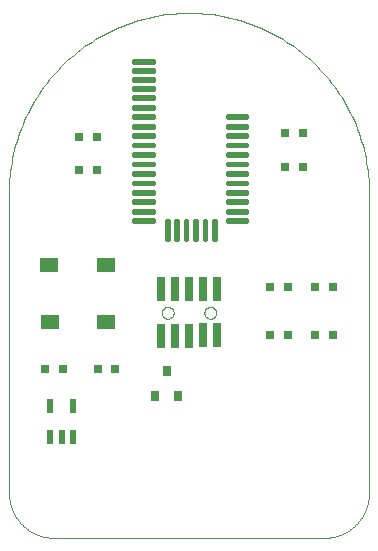
<source format=gtp>
G75*
%MOIN*%
%OFA0B0*%
%FSLAX25Y25*%
%IPPOS*%
%LPD*%
%AMOC8*
5,1,8,0,0,1.08239X$1,22.5*
%
%ADD10R,0.03150X0.03543*%
%ADD11R,0.02500X0.08000*%
%ADD12C,0.00000*%
%ADD13R,0.06102X0.04724*%
%ADD14C,0.01378*%
%ADD15R,0.02165X0.04724*%
%ADD16R,0.03150X0.03150*%
D10*
X0052715Y0052331D03*
X0060196Y0052331D03*
X0056456Y0060599D03*
D11*
X0054507Y0072341D03*
X0059231Y0072341D03*
X0063956Y0072341D03*
X0068680Y0072538D03*
X0073404Y0072538D03*
X0073404Y0087893D03*
X0068680Y0087893D03*
X0063956Y0087893D03*
X0059231Y0087893D03*
X0054704Y0087893D03*
D12*
X0003956Y0120019D02*
X0003956Y0020019D01*
X0003960Y0019657D01*
X0003974Y0019294D01*
X0003995Y0018932D01*
X0004026Y0018571D01*
X0004065Y0018211D01*
X0004113Y0017852D01*
X0004170Y0017494D01*
X0004235Y0017137D01*
X0004309Y0016782D01*
X0004392Y0016429D01*
X0004483Y0016078D01*
X0004582Y0015730D01*
X0004690Y0015384D01*
X0004806Y0015040D01*
X0004931Y0014700D01*
X0005063Y0014363D01*
X0005204Y0014029D01*
X0005353Y0013698D01*
X0005510Y0013371D01*
X0005674Y0013048D01*
X0005846Y0012729D01*
X0006026Y0012415D01*
X0006214Y0012104D01*
X0006409Y0011799D01*
X0006611Y0011498D01*
X0006821Y0011202D01*
X0007037Y0010912D01*
X0007261Y0010626D01*
X0007491Y0010346D01*
X0007728Y0010072D01*
X0007972Y0009804D01*
X0008222Y0009541D01*
X0008478Y0009285D01*
X0008741Y0009035D01*
X0009009Y0008791D01*
X0009283Y0008554D01*
X0009563Y0008324D01*
X0009849Y0008100D01*
X0010139Y0007884D01*
X0010435Y0007674D01*
X0010736Y0007472D01*
X0011041Y0007277D01*
X0011352Y0007089D01*
X0011666Y0006909D01*
X0011985Y0006737D01*
X0012308Y0006573D01*
X0012635Y0006416D01*
X0012966Y0006267D01*
X0013300Y0006126D01*
X0013637Y0005994D01*
X0013977Y0005869D01*
X0014321Y0005753D01*
X0014667Y0005645D01*
X0015015Y0005546D01*
X0015366Y0005455D01*
X0015719Y0005372D01*
X0016074Y0005298D01*
X0016431Y0005233D01*
X0016789Y0005176D01*
X0017148Y0005128D01*
X0017508Y0005089D01*
X0017869Y0005058D01*
X0018231Y0005037D01*
X0018594Y0005023D01*
X0018956Y0005019D01*
X0108956Y0005019D01*
X0109318Y0005023D01*
X0109681Y0005037D01*
X0110043Y0005058D01*
X0110404Y0005089D01*
X0110764Y0005128D01*
X0111123Y0005176D01*
X0111481Y0005233D01*
X0111838Y0005298D01*
X0112193Y0005372D01*
X0112546Y0005455D01*
X0112897Y0005546D01*
X0113245Y0005645D01*
X0113591Y0005753D01*
X0113935Y0005869D01*
X0114275Y0005994D01*
X0114612Y0006126D01*
X0114946Y0006267D01*
X0115277Y0006416D01*
X0115604Y0006573D01*
X0115927Y0006737D01*
X0116246Y0006909D01*
X0116560Y0007089D01*
X0116871Y0007277D01*
X0117176Y0007472D01*
X0117477Y0007674D01*
X0117773Y0007884D01*
X0118063Y0008100D01*
X0118349Y0008324D01*
X0118629Y0008554D01*
X0118903Y0008791D01*
X0119171Y0009035D01*
X0119434Y0009285D01*
X0119690Y0009541D01*
X0119940Y0009804D01*
X0120184Y0010072D01*
X0120421Y0010346D01*
X0120651Y0010626D01*
X0120875Y0010912D01*
X0121091Y0011202D01*
X0121301Y0011498D01*
X0121503Y0011799D01*
X0121698Y0012104D01*
X0121886Y0012415D01*
X0122066Y0012729D01*
X0122238Y0013048D01*
X0122402Y0013371D01*
X0122559Y0013698D01*
X0122708Y0014029D01*
X0122849Y0014363D01*
X0122981Y0014700D01*
X0123106Y0015040D01*
X0123222Y0015384D01*
X0123330Y0015730D01*
X0123429Y0016078D01*
X0123520Y0016429D01*
X0123603Y0016782D01*
X0123677Y0017137D01*
X0123742Y0017494D01*
X0123799Y0017852D01*
X0123847Y0018211D01*
X0123886Y0018571D01*
X0123917Y0018932D01*
X0123938Y0019294D01*
X0123952Y0019657D01*
X0123956Y0020019D01*
X0123956Y0120019D01*
X0069073Y0080019D02*
X0069075Y0080107D01*
X0069081Y0080195D01*
X0069091Y0080283D01*
X0069105Y0080371D01*
X0069122Y0080457D01*
X0069144Y0080543D01*
X0069169Y0080627D01*
X0069199Y0080711D01*
X0069231Y0080793D01*
X0069268Y0080873D01*
X0069308Y0080952D01*
X0069352Y0081029D01*
X0069399Y0081104D01*
X0069449Y0081176D01*
X0069503Y0081247D01*
X0069559Y0081314D01*
X0069619Y0081380D01*
X0069681Y0081442D01*
X0069747Y0081502D01*
X0069814Y0081558D01*
X0069885Y0081612D01*
X0069957Y0081662D01*
X0070032Y0081709D01*
X0070109Y0081753D01*
X0070188Y0081793D01*
X0070268Y0081830D01*
X0070350Y0081862D01*
X0070434Y0081892D01*
X0070518Y0081917D01*
X0070604Y0081939D01*
X0070690Y0081956D01*
X0070778Y0081970D01*
X0070866Y0081980D01*
X0070954Y0081986D01*
X0071042Y0081988D01*
X0071130Y0081986D01*
X0071218Y0081980D01*
X0071306Y0081970D01*
X0071394Y0081956D01*
X0071480Y0081939D01*
X0071566Y0081917D01*
X0071650Y0081892D01*
X0071734Y0081862D01*
X0071816Y0081830D01*
X0071896Y0081793D01*
X0071975Y0081753D01*
X0072052Y0081709D01*
X0072127Y0081662D01*
X0072199Y0081612D01*
X0072270Y0081558D01*
X0072337Y0081502D01*
X0072403Y0081442D01*
X0072465Y0081380D01*
X0072525Y0081314D01*
X0072581Y0081247D01*
X0072635Y0081176D01*
X0072685Y0081104D01*
X0072732Y0081029D01*
X0072776Y0080952D01*
X0072816Y0080873D01*
X0072853Y0080793D01*
X0072885Y0080711D01*
X0072915Y0080627D01*
X0072940Y0080543D01*
X0072962Y0080457D01*
X0072979Y0080371D01*
X0072993Y0080283D01*
X0073003Y0080195D01*
X0073009Y0080107D01*
X0073011Y0080019D01*
X0073009Y0079931D01*
X0073003Y0079843D01*
X0072993Y0079755D01*
X0072979Y0079667D01*
X0072962Y0079581D01*
X0072940Y0079495D01*
X0072915Y0079411D01*
X0072885Y0079327D01*
X0072853Y0079245D01*
X0072816Y0079165D01*
X0072776Y0079086D01*
X0072732Y0079009D01*
X0072685Y0078934D01*
X0072635Y0078862D01*
X0072581Y0078791D01*
X0072525Y0078724D01*
X0072465Y0078658D01*
X0072403Y0078596D01*
X0072337Y0078536D01*
X0072270Y0078480D01*
X0072199Y0078426D01*
X0072127Y0078376D01*
X0072052Y0078329D01*
X0071975Y0078285D01*
X0071896Y0078245D01*
X0071816Y0078208D01*
X0071734Y0078176D01*
X0071650Y0078146D01*
X0071566Y0078121D01*
X0071480Y0078099D01*
X0071394Y0078082D01*
X0071306Y0078068D01*
X0071218Y0078058D01*
X0071130Y0078052D01*
X0071042Y0078050D01*
X0070954Y0078052D01*
X0070866Y0078058D01*
X0070778Y0078068D01*
X0070690Y0078082D01*
X0070604Y0078099D01*
X0070518Y0078121D01*
X0070434Y0078146D01*
X0070350Y0078176D01*
X0070268Y0078208D01*
X0070188Y0078245D01*
X0070109Y0078285D01*
X0070032Y0078329D01*
X0069957Y0078376D01*
X0069885Y0078426D01*
X0069814Y0078480D01*
X0069747Y0078536D01*
X0069681Y0078596D01*
X0069619Y0078658D01*
X0069559Y0078724D01*
X0069503Y0078791D01*
X0069449Y0078862D01*
X0069399Y0078934D01*
X0069352Y0079009D01*
X0069308Y0079086D01*
X0069268Y0079165D01*
X0069231Y0079245D01*
X0069199Y0079327D01*
X0069169Y0079411D01*
X0069144Y0079495D01*
X0069122Y0079581D01*
X0069105Y0079667D01*
X0069091Y0079755D01*
X0069081Y0079843D01*
X0069075Y0079931D01*
X0069073Y0080019D01*
X0054900Y0080019D02*
X0054902Y0080107D01*
X0054908Y0080195D01*
X0054918Y0080283D01*
X0054932Y0080371D01*
X0054949Y0080457D01*
X0054971Y0080543D01*
X0054996Y0080627D01*
X0055026Y0080711D01*
X0055058Y0080793D01*
X0055095Y0080873D01*
X0055135Y0080952D01*
X0055179Y0081029D01*
X0055226Y0081104D01*
X0055276Y0081176D01*
X0055330Y0081247D01*
X0055386Y0081314D01*
X0055446Y0081380D01*
X0055508Y0081442D01*
X0055574Y0081502D01*
X0055641Y0081558D01*
X0055712Y0081612D01*
X0055784Y0081662D01*
X0055859Y0081709D01*
X0055936Y0081753D01*
X0056015Y0081793D01*
X0056095Y0081830D01*
X0056177Y0081862D01*
X0056261Y0081892D01*
X0056345Y0081917D01*
X0056431Y0081939D01*
X0056517Y0081956D01*
X0056605Y0081970D01*
X0056693Y0081980D01*
X0056781Y0081986D01*
X0056869Y0081988D01*
X0056957Y0081986D01*
X0057045Y0081980D01*
X0057133Y0081970D01*
X0057221Y0081956D01*
X0057307Y0081939D01*
X0057393Y0081917D01*
X0057477Y0081892D01*
X0057561Y0081862D01*
X0057643Y0081830D01*
X0057723Y0081793D01*
X0057802Y0081753D01*
X0057879Y0081709D01*
X0057954Y0081662D01*
X0058026Y0081612D01*
X0058097Y0081558D01*
X0058164Y0081502D01*
X0058230Y0081442D01*
X0058292Y0081380D01*
X0058352Y0081314D01*
X0058408Y0081247D01*
X0058462Y0081176D01*
X0058512Y0081104D01*
X0058559Y0081029D01*
X0058603Y0080952D01*
X0058643Y0080873D01*
X0058680Y0080793D01*
X0058712Y0080711D01*
X0058742Y0080627D01*
X0058767Y0080543D01*
X0058789Y0080457D01*
X0058806Y0080371D01*
X0058820Y0080283D01*
X0058830Y0080195D01*
X0058836Y0080107D01*
X0058838Y0080019D01*
X0058836Y0079931D01*
X0058830Y0079843D01*
X0058820Y0079755D01*
X0058806Y0079667D01*
X0058789Y0079581D01*
X0058767Y0079495D01*
X0058742Y0079411D01*
X0058712Y0079327D01*
X0058680Y0079245D01*
X0058643Y0079165D01*
X0058603Y0079086D01*
X0058559Y0079009D01*
X0058512Y0078934D01*
X0058462Y0078862D01*
X0058408Y0078791D01*
X0058352Y0078724D01*
X0058292Y0078658D01*
X0058230Y0078596D01*
X0058164Y0078536D01*
X0058097Y0078480D01*
X0058026Y0078426D01*
X0057954Y0078376D01*
X0057879Y0078329D01*
X0057802Y0078285D01*
X0057723Y0078245D01*
X0057643Y0078208D01*
X0057561Y0078176D01*
X0057477Y0078146D01*
X0057393Y0078121D01*
X0057307Y0078099D01*
X0057221Y0078082D01*
X0057133Y0078068D01*
X0057045Y0078058D01*
X0056957Y0078052D01*
X0056869Y0078050D01*
X0056781Y0078052D01*
X0056693Y0078058D01*
X0056605Y0078068D01*
X0056517Y0078082D01*
X0056431Y0078099D01*
X0056345Y0078121D01*
X0056261Y0078146D01*
X0056177Y0078176D01*
X0056095Y0078208D01*
X0056015Y0078245D01*
X0055936Y0078285D01*
X0055859Y0078329D01*
X0055784Y0078376D01*
X0055712Y0078426D01*
X0055641Y0078480D01*
X0055574Y0078536D01*
X0055508Y0078596D01*
X0055446Y0078658D01*
X0055386Y0078724D01*
X0055330Y0078791D01*
X0055276Y0078862D01*
X0055226Y0078934D01*
X0055179Y0079009D01*
X0055135Y0079086D01*
X0055095Y0079165D01*
X0055058Y0079245D01*
X0055026Y0079327D01*
X0054996Y0079411D01*
X0054971Y0079495D01*
X0054949Y0079581D01*
X0054932Y0079667D01*
X0054918Y0079755D01*
X0054908Y0079843D01*
X0054902Y0079931D01*
X0054900Y0080019D01*
X0003956Y0120019D02*
X0003974Y0121480D01*
X0004027Y0122940D01*
X0004116Y0124399D01*
X0004240Y0125855D01*
X0004400Y0127307D01*
X0004595Y0128755D01*
X0004826Y0130198D01*
X0005091Y0131635D01*
X0005391Y0133065D01*
X0005726Y0134487D01*
X0006096Y0135901D01*
X0006500Y0137305D01*
X0006938Y0138699D01*
X0007410Y0140082D01*
X0007915Y0141453D01*
X0008454Y0142811D01*
X0009025Y0144156D01*
X0009629Y0145486D01*
X0010265Y0146802D01*
X0010933Y0148101D01*
X0011633Y0149384D01*
X0012364Y0150649D01*
X0013125Y0151897D01*
X0013916Y0153125D01*
X0014737Y0154334D01*
X0015587Y0155522D01*
X0016466Y0156689D01*
X0017373Y0157835D01*
X0018308Y0158958D01*
X0019270Y0160058D01*
X0020258Y0161134D01*
X0021272Y0162186D01*
X0022312Y0163213D01*
X0023376Y0164214D01*
X0024464Y0165190D01*
X0025576Y0166138D01*
X0026710Y0167059D01*
X0027867Y0167952D01*
X0029044Y0168816D01*
X0030243Y0169652D01*
X0031462Y0170458D01*
X0032700Y0171235D01*
X0033956Y0171981D01*
X0035230Y0172696D01*
X0036521Y0173380D01*
X0037829Y0174032D01*
X0039152Y0174652D01*
X0040490Y0175240D01*
X0041841Y0175795D01*
X0043206Y0176317D01*
X0044583Y0176805D01*
X0045972Y0177260D01*
X0047371Y0177681D01*
X0048780Y0178068D01*
X0050198Y0178420D01*
X0051624Y0178738D01*
X0053058Y0179021D01*
X0054498Y0179269D01*
X0055943Y0179482D01*
X0057394Y0179659D01*
X0058848Y0179801D01*
X0060305Y0179908D01*
X0061765Y0179979D01*
X0063225Y0180015D01*
X0064687Y0180015D01*
X0066147Y0179979D01*
X0067607Y0179908D01*
X0069064Y0179801D01*
X0070518Y0179659D01*
X0071969Y0179482D01*
X0073414Y0179269D01*
X0074854Y0179021D01*
X0076288Y0178738D01*
X0077714Y0178420D01*
X0079132Y0178068D01*
X0080541Y0177681D01*
X0081940Y0177260D01*
X0083329Y0176805D01*
X0084706Y0176317D01*
X0086071Y0175795D01*
X0087422Y0175240D01*
X0088760Y0174652D01*
X0090083Y0174032D01*
X0091391Y0173380D01*
X0092682Y0172696D01*
X0093956Y0171981D01*
X0095212Y0171235D01*
X0096450Y0170458D01*
X0097669Y0169652D01*
X0098868Y0168816D01*
X0100045Y0167952D01*
X0101202Y0167059D01*
X0102336Y0166138D01*
X0103448Y0165190D01*
X0104536Y0164214D01*
X0105600Y0163213D01*
X0106640Y0162186D01*
X0107654Y0161134D01*
X0108642Y0160058D01*
X0109604Y0158958D01*
X0110539Y0157835D01*
X0111446Y0156689D01*
X0112325Y0155522D01*
X0113175Y0154334D01*
X0113996Y0153125D01*
X0114787Y0151897D01*
X0115548Y0150649D01*
X0116279Y0149384D01*
X0116979Y0148101D01*
X0117647Y0146802D01*
X0118283Y0145486D01*
X0118887Y0144156D01*
X0119458Y0142811D01*
X0119997Y0141453D01*
X0120502Y0140082D01*
X0120974Y0138699D01*
X0121412Y0137305D01*
X0121816Y0135901D01*
X0122186Y0134487D01*
X0122521Y0133065D01*
X0122821Y0131635D01*
X0123086Y0130198D01*
X0123317Y0128755D01*
X0123512Y0127307D01*
X0123672Y0125855D01*
X0123796Y0124399D01*
X0123885Y0122940D01*
X0123938Y0121480D01*
X0123956Y0120019D01*
D13*
X0036180Y0095816D03*
X0036180Y0076918D03*
X0017676Y0076918D03*
X0017282Y0095816D03*
D14*
X0045708Y0110285D02*
X0052204Y0110285D01*
X0045708Y0110285D02*
X0045708Y0110875D01*
X0052204Y0110875D01*
X0052204Y0110285D01*
X0052204Y0113434D02*
X0045708Y0113434D01*
X0045708Y0114024D01*
X0052204Y0114024D01*
X0052204Y0113434D01*
X0052204Y0116584D02*
X0045708Y0116584D01*
X0045708Y0117174D01*
X0052204Y0117174D01*
X0052204Y0116584D01*
X0052204Y0119733D02*
X0045708Y0119733D01*
X0045708Y0120323D01*
X0052204Y0120323D01*
X0052204Y0119733D01*
X0052204Y0122883D02*
X0045708Y0122883D01*
X0045708Y0123473D01*
X0052204Y0123473D01*
X0052204Y0122883D01*
X0052204Y0126033D02*
X0045708Y0126033D01*
X0045708Y0126623D01*
X0052204Y0126623D01*
X0052204Y0126033D01*
X0052204Y0129182D02*
X0045708Y0129182D01*
X0045708Y0129772D01*
X0052204Y0129772D01*
X0052204Y0129182D01*
X0052204Y0132332D02*
X0045708Y0132332D01*
X0045708Y0132922D01*
X0052204Y0132922D01*
X0052204Y0132332D01*
X0052204Y0135481D02*
X0045708Y0135481D01*
X0045708Y0136071D01*
X0052204Y0136071D01*
X0052204Y0135481D01*
X0052204Y0138631D02*
X0045708Y0138631D01*
X0045708Y0139221D01*
X0052204Y0139221D01*
X0052204Y0138631D01*
X0052204Y0141781D02*
X0045708Y0141781D01*
X0045708Y0142371D01*
X0052204Y0142371D01*
X0052204Y0141781D01*
X0052204Y0144930D02*
X0045708Y0144930D01*
X0045708Y0145520D01*
X0052204Y0145520D01*
X0052204Y0144930D01*
X0052204Y0148080D02*
X0045708Y0148080D01*
X0045708Y0148670D01*
X0052204Y0148670D01*
X0052204Y0148080D01*
X0052204Y0151229D02*
X0045708Y0151229D01*
X0045708Y0151819D01*
X0052204Y0151819D01*
X0052204Y0151229D01*
X0052204Y0154379D02*
X0045708Y0154379D01*
X0045708Y0154969D01*
X0052204Y0154969D01*
X0052204Y0154379D01*
X0052204Y0157411D02*
X0045708Y0157411D01*
X0045708Y0158001D01*
X0052204Y0158001D01*
X0052204Y0157411D01*
X0052204Y0160442D02*
X0045708Y0160442D01*
X0045708Y0161032D01*
X0052204Y0161032D01*
X0052204Y0160442D01*
X0052204Y0163474D02*
X0045708Y0163474D01*
X0045708Y0164064D01*
X0052204Y0164064D01*
X0052204Y0163474D01*
X0076810Y0144930D02*
X0083306Y0144930D01*
X0076810Y0144930D02*
X0076810Y0145520D01*
X0083306Y0145520D01*
X0083306Y0144930D01*
X0083306Y0141781D02*
X0076810Y0141781D01*
X0076810Y0142371D01*
X0083306Y0142371D01*
X0083306Y0141781D01*
X0083306Y0138631D02*
X0076810Y0138631D01*
X0076810Y0139221D01*
X0083306Y0139221D01*
X0083306Y0138631D01*
X0083306Y0135481D02*
X0076810Y0135481D01*
X0076810Y0136071D01*
X0083306Y0136071D01*
X0083306Y0135481D01*
X0083306Y0132332D02*
X0076810Y0132332D01*
X0076810Y0132922D01*
X0083306Y0132922D01*
X0083306Y0132332D01*
X0083306Y0129182D02*
X0076810Y0129182D01*
X0076810Y0129772D01*
X0083306Y0129772D01*
X0083306Y0129182D01*
X0083306Y0126033D02*
X0076810Y0126033D01*
X0076810Y0126623D01*
X0083306Y0126623D01*
X0083306Y0126033D01*
X0083306Y0122883D02*
X0076810Y0122883D01*
X0076810Y0123473D01*
X0083306Y0123473D01*
X0083306Y0122883D01*
X0083306Y0119733D02*
X0076810Y0119733D01*
X0076810Y0120323D01*
X0083306Y0120323D01*
X0083306Y0119733D01*
X0083306Y0116584D02*
X0076810Y0116584D01*
X0076810Y0117174D01*
X0083306Y0117174D01*
X0083306Y0116584D01*
X0083306Y0113434D02*
X0076810Y0113434D01*
X0076810Y0114024D01*
X0083306Y0114024D01*
X0083306Y0113434D01*
X0083306Y0110285D02*
X0076810Y0110285D01*
X0076810Y0110875D01*
X0083306Y0110875D01*
X0083306Y0110285D01*
X0072873Y0110678D02*
X0072873Y0104182D01*
X0072283Y0104182D01*
X0072283Y0110678D01*
X0072873Y0110678D01*
X0072873Y0105559D02*
X0072283Y0105559D01*
X0072283Y0106936D02*
X0072873Y0106936D01*
X0072873Y0108313D02*
X0072283Y0108313D01*
X0072283Y0109690D02*
X0072873Y0109690D01*
X0069723Y0110678D02*
X0069723Y0104182D01*
X0069133Y0104182D01*
X0069133Y0110678D01*
X0069723Y0110678D01*
X0069723Y0105559D02*
X0069133Y0105559D01*
X0069133Y0106936D02*
X0069723Y0106936D01*
X0069723Y0108313D02*
X0069133Y0108313D01*
X0069133Y0109690D02*
X0069723Y0109690D01*
X0066573Y0110678D02*
X0066573Y0104182D01*
X0065983Y0104182D01*
X0065983Y0110678D01*
X0066573Y0110678D01*
X0066573Y0105559D02*
X0065983Y0105559D01*
X0065983Y0106936D02*
X0066573Y0106936D01*
X0066573Y0108313D02*
X0065983Y0108313D01*
X0065983Y0109690D02*
X0066573Y0109690D01*
X0063424Y0110678D02*
X0063424Y0104182D01*
X0062834Y0104182D01*
X0062834Y0110678D01*
X0063424Y0110678D01*
X0063424Y0105559D02*
X0062834Y0105559D01*
X0062834Y0106936D02*
X0063424Y0106936D01*
X0063424Y0108313D02*
X0062834Y0108313D01*
X0062834Y0109690D02*
X0063424Y0109690D01*
X0060274Y0110678D02*
X0060274Y0104182D01*
X0059684Y0104182D01*
X0059684Y0110678D01*
X0060274Y0110678D01*
X0060274Y0105559D02*
X0059684Y0105559D01*
X0059684Y0106936D02*
X0060274Y0106936D01*
X0060274Y0108313D02*
X0059684Y0108313D01*
X0059684Y0109690D02*
X0060274Y0109690D01*
X0057125Y0110678D02*
X0057125Y0104182D01*
X0056535Y0104182D01*
X0056535Y0110678D01*
X0057125Y0110678D01*
X0057125Y0105559D02*
X0056535Y0105559D01*
X0056535Y0106936D02*
X0057125Y0106936D01*
X0057125Y0108313D02*
X0056535Y0108313D01*
X0056535Y0109690D02*
X0057125Y0109690D01*
D15*
X0025196Y0048887D03*
X0025196Y0038650D03*
X0021456Y0038650D03*
X0017715Y0038650D03*
X0017715Y0048887D03*
D16*
X0016003Y0061269D03*
X0021908Y0061269D03*
X0033503Y0061269D03*
X0039408Y0061269D03*
X0033158Y0127519D03*
X0027253Y0127519D03*
X0027253Y0138769D03*
X0033158Y0138769D03*
X0091003Y0088769D03*
X0096908Y0088769D03*
X0106003Y0088769D03*
X0111908Y0088769D03*
X0111908Y0072519D03*
X0106003Y0072519D03*
X0096908Y0072519D03*
X0091003Y0072519D03*
X0096003Y0128769D03*
X0101908Y0128769D03*
X0101908Y0140019D03*
X0096003Y0140019D03*
M02*

</source>
